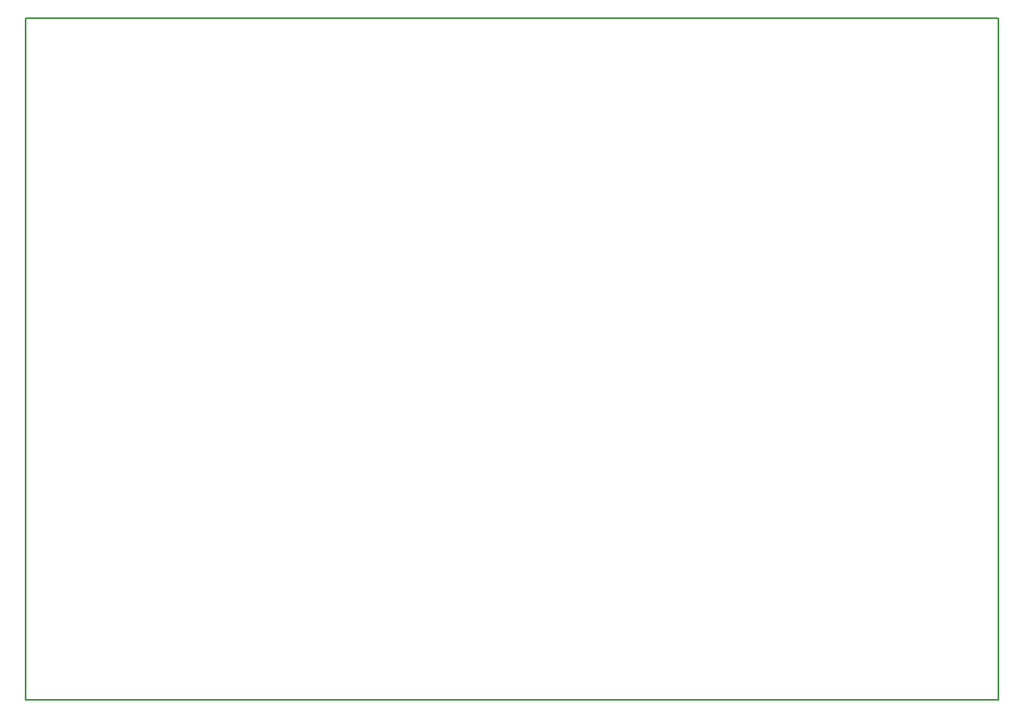
<source format=gbr>
%TF.GenerationSoftware,KiCad,Pcbnew,7.0.5*%
%TF.CreationDate,2023-08-28T16:01:15+03:00*%
%TF.ProjectId,PSU2,50535532-2e6b-4696-9361-645f70636258,rev?*%
%TF.SameCoordinates,Original*%
%TF.FileFunction,Profile,NP*%
%FSLAX46Y46*%
G04 Gerber Fmt 4.6, Leading zero omitted, Abs format (unit mm)*
G04 Created by KiCad (PCBNEW 7.0.5) date 2023-08-28 16:01:15*
%MOMM*%
%LPD*%
G01*
G04 APERTURE LIST*
%TA.AperFunction,Profile*%
%ADD10C,0.200000*%
%TD*%
G04 APERTURE END LIST*
D10*
X103124000Y-81915000D02*
X202819000Y-81915000D01*
X202819000Y-151765000D01*
X103124000Y-151765000D01*
X103124000Y-81915000D01*
M02*

</source>
